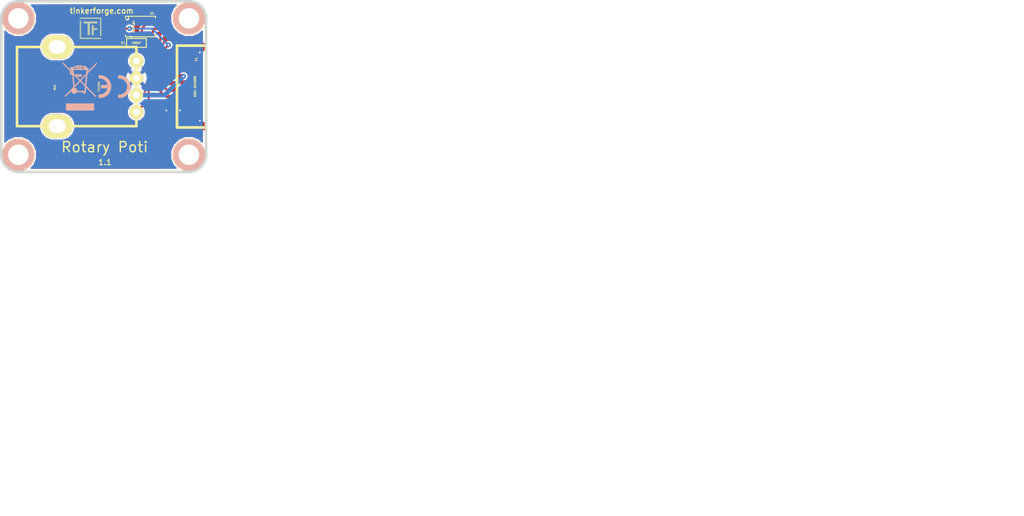
<source format=kicad_pcb>
(kicad_pcb (version 4) (host pcbnew 4.0.6-e0-6349~53~ubuntu16.04.1)
  (title_block (title "Rotary Poti Bricklet") (date "18 jan 2013") (rev 1.1) (company "Tinkerforge GmbH") (comment 1 "Licensed under CERN OHL v.1.1") (comment 2 "Copyright (©) 2011, B.Nordmeyer <bastian@tinkerforge.com>"))
  (layers (0 Vorderseite signal hide) (31 Rückseite signal hide) (34 B.Paste user) (35 F.Paste user) (36 B.SilkS user) (37 F.SilkS user hide) (38 B.Mask user) (39 F.Mask user) (44 Edge.Cuts user))
  (net 0 "")
  (net 1 GND)
  (net 2 IN_1)
  (net 3 N-000001)
  (net 4 SCL)
  (net 5 SDA)
  (net 6 VCC)
  (module TSSOP8 (layer Vorderseite) (at 153.67762 93.32214 270)
    (fp_text reference U1 (at -1.92278 -1.69672 360) (layer F.SilkS) (effects (font (size 0.29972 0.29972) (thickness 0.0762))))
    (fp_text value M24C64 (at 0 1.00076 270) (layer F.SilkS) (effects (font (size 0.29972 0.29972) (thickness 0.0762))))
    (pad 1 smd rect (at -0.97282 2.89814 90) (size 0.39878 1.29794) (layers Vorderseite F.Paste F.Mask) (net 1 GND))
    (pad 2 smd rect (at -0.32258 2.89814 90) (size 0.39878 1.29794) (layers Vorderseite F.Paste F.Mask) (net 1 GND))
    (pad 3 smd rect (at 0.32258 2.89814 90) (size 0.39878 1.29794) (layers Vorderseite F.Paste F.Mask) (net 3 N-000001))
    (pad 4 smd rect (at 0.97282 2.89814 90) (size 0.39878 1.29794) (layers Vorderseite F.Paste F.Mask) (net 1 GND))
    (pad 5 smd rect (at 0.97282 -2.89814 270) (size 0.39878 1.29794) (layers Vorderseite F.Paste F.Mask) (net 5 SDA))
    (pad 6 smd rect (at 0.32258 -2.89814 270) (size 0.39878 1.29794) (layers Vorderseite F.Paste F.Mask) (net 4 SCL))
    (pad 7 smd rect (at -0.32258 -2.89814 270) (size 0.39878 1.29794) (layers Vorderseite F.Paste F.Mask))
    (pad 8 smd rect (at -0.97282 -2.89814 270) (size 0.39878 1.29794) (layers Vorderseite F.Paste F.Mask) (net 6 VCC))
  )
  (module CON-SENSOR (layer Vorderseite) (at 163.27628 102.1207 90)
    (fp_text reference P1 (at 3.99796 -1.39954 90) (layer F.SilkS) (effects (font (size 0.29972 0.29972) (thickness 0.0762))))
    (fp_text value CON-SENSOR (at 0 -1.6002 90) (layer F.SilkS) (effects (font (size 0.29972 0.29972) (thickness 0.0762))))
    (pad 1 smd rect (at -4.50088 -4.7752 90) (size 0.59944 1.5494) (layers Vorderseite F.Paste F.Mask))
    (pad 2 smd rect (at -3.50012 -4.7752 90) (size 0.59944 1.5494) (layers Vorderseite F.Paste F.Mask) (net 1 GND))
    (pad 3 smd rect (at -2.49936 -4.7752 90) (size 0.59944 1.5494) (layers Vorderseite F.Paste F.Mask) (net 6 VCC))
    (pad 4 smd rect (at -1.50114 -4.7752 90) (size 0.59944 1.5494) (layers Vorderseite F.Paste F.Mask) (net 4 SCL))
    (pad 5 smd rect (at -0.50038 -4.7752 90) (size 0.59944 1.5494) (layers Vorderseite F.Paste F.Mask) (net 5 SDA))
    (pad 6 smd rect (at 0.50038 -4.7752 90) (size 0.59944 1.5494) (layers Vorderseite F.Paste F.Mask) (net 3 N-000001))
    (pad 7 smd rect (at 1.50114 -4.7752 90) (size 0.59944 1.5494) (layers Vorderseite F.Paste F.Mask) (net 2 IN_1))
    (pad 8 smd rect (at 2.49936 -4.7752 90) (size 0.59944 1.5494) (layers Vorderseite F.Paste F.Mask))
    (pad 9 smd rect (at 3.50012 -4.7752 90) (size 0.59944 1.5494) (layers Vorderseite F.Paste F.Mask))
    (pad 10 smd rect (at 4.50088 -4.7752 90) (size 0.59944 1.5494) (layers Vorderseite F.Paste F.Mask))
    (pad EP smd rect (at -5.79882 -0.89916 90) (size 1.19888 1.80086) (layers Vorderseite F.Paste F.Mask) (net 1 GND))
    (pad EP smd rect (at 5.79882 -0.89916 90) (size 1.19888 1.80086) (layers Vorderseite F.Paste F.Mask) (net 1 GND))
  )
  (module F11KH (layer Vorderseite) (at 147.574 102.12324 90)
    (fp_text reference RV1 (at -0.09906 -6.44906 90) (layer F.SilkS) (effects (font (size 0.29972 0.29972) (thickness 0.0762))))
    (fp_text value F11KH (at 0 0 90) (layer F.SilkS) (effects (font (size 0.29972 0.29972) (thickness 0.0762))))
    (pad 1 thru_hole circle (at -3.74904 5.4991 90) (size 1.99898 1.99898) (drill 1.00076) (layers *.Cu *.Mask F.SilkS) (net 6 VCC))
    (pad 2 thru_hole circle (at -1.24968 5.4991 90) (size 1.99898 1.99898) (drill 1.00076) (layers *.Cu *.Mask F.SilkS) (net 2 IN_1))
    (pad 3 thru_hole circle (at 1.24968 5.4991 90) (size 1.99898 1.99898) (drill 1.00076) (layers *.Cu *.Mask F.SilkS) (net 1 GND))
    (pad "" thru_hole circle (at 3.74904 5.4991 90) (size 1.99898 1.99898) (drill 1.00076) (layers *.Cu *.Mask F.SilkS))
    (pad "" thru_hole oval (at 5.79882 -6.10108 90) (size 3.50012 4.50088) (drill oval 1.99898 2.49936) (layers *.Cu *.Mask F.SilkS))
    (pad "" thru_hole oval (at -5.79882 -6.10108 90) (size 3.50012 4.50088) (drill oval 1.99898 2.49936) (layers *.Cu *.Mask F.SilkS))
  )
  (module Logo_31x31 (layer Vorderseite) (at 144.77492 91.9988)
    (fp_text reference Ref** hide)
    (fp_text value Val** hide)
  )
  (module 0603 (layer Vorderseite) (at 153.07818 95.72244)
    (fp_text reference C1 (at -1.95326 -0.02286) (layer F.SilkS) (effects (font (size 0.29972 0.29972) (thickness 0.0762))))
    (fp_text value 100nF (at 0 0) (layer F.SilkS) (effects (font (size 0.29972 0.29972) (thickness 0.0762))))
    (pad 1 smd rect (at -0.8001 0) (size 0.8001 0.8001) (layers Vorderseite F.Paste F.Mask) (net 1 GND))
    (pad 2 smd rect (at 0.8001 0) (size 0.8001 0.8001) (layers Vorderseite F.Paste F.Mask) (net 6 VCC))
  )
  (module DRILL_NP (layer Vorderseite) (at 160.77438 112.12322 90)
    (fp_text reference U5 hide)
    (fp_text value DRILL hide)
    (pad "" thru_hole circle (at 0 0 90) (size 2.99974 2.99974) (drill 2.99974) (layers *.Cu *.SilkS *.Mask) (clearance 0.89916))
  )
  (module DRILL_NP (layer Vorderseite) (at 160.77438 92.12326)
    (fp_text reference U4 hide)
    (fp_text value DRILL hide)
    (pad "" thru_hole circle (at 0 0) (size 2.99974 2.99974) (drill 2.99974) (layers *.Cu *.SilkS *.Mask) (clearance 0.89916))
  )
  (module DRILL_NP (layer Vorderseite) (at 135.77316 112.12322)
    (fp_text reference U3 hide)
    (fp_text value DRILL hide)
    (pad "" thru_hole circle (at 0 0) (size 2.99974 2.99974) (drill 2.99974) (layers *.Cu *.SilkS *.Mask) (clearance 0.89916))
  )
  (module DRILL_NP (layer Vorderseite) (at 135.77316 92.12326 90)
    (fp_text reference U2 hide)
    (fp_text value DRILL hide)
    (pad "" thru_hole circle (at 0 0 90) (size 2.99974 2.99974) (drill 2.99974) (layers *.Cu *.SilkS *.Mask) (clearance 0.89916))
  )
  (module Fiducial_Mark (layer Vorderseite) (at 156.87294 112.92586)
    (fp_text reference Fiducial_Mark hide)
    (fp_text value VAL** hide)
    (pad 1 smd circle (at 0 0) (size 1.00076 1.00076) (layers Vorderseite F.Mask) (clearance 0.65024))
  )
  (module Fiducial_Mark (layer Vorderseite) (at 139.47394 91.2241)
    (fp_text reference Fiducial_Mark hide)
    (fp_text value VAL** hide)
    (pad 1 smd circle (at 0 0) (size 1.00076 1.00076) (layers Vorderseite F.Mask) (clearance 0.65024))
  )
  (module CE_5mm (layer Rückseite) (at 149.85 102.125 180)
    (fp_text reference VAL hide)
    (fp_text value CE_5mm hide)
  )
  (module WEEE_7mm (layer Rückseite) (at 144.775 102.125)
    (fp_text reference VAL hide)
    (fp_text value WEEE_7mm hide)
  )
  (gr_text 1.1 (at 148.47316 113.22304) (layer F.SilkS) (effects (font (size 0.8001 0.8001) (thickness 0.14986))))
  (gr_line (start 135.77316 114.62512) (end 160.77438 114.62512) (angle 90) (layer Edge.Cuts) (width 0.381))
  (gr_line (start 160.77438 89.6239) (end 135.77316 89.6239) (angle 90) (layer Edge.Cuts) (width 0.381))
  (gr_arc (start 135.77316 112.12322) (end 135.77316 114.62512) (angle 90) (layer Edge.Cuts) (width 0.381))
  (gr_arc (start 135.77316 92.12326) (end 133.2738 92.12326) (angle 90) (layer Edge.Cuts) (width 0.381))
  (gr_text tinkerforge.com (at 147.97532 91.02344) (layer F.SilkS) (effects (font (size 0.8001 0.8001) (thickness 0.14986))))
  (gr_line (start 133.27634 112.12322) (end 133.27634 92.12326) (angle 90) (layer Edge.Cuts) (width 0.381))
  (gr_line (start 163.27628 92.12326) (end 163.27628 112.12322) (angle 90) (layer Edge.Cuts) (width 0.381))
  (gr_arc (start 160.77692 92.12326) (end 160.77692 89.6239) (angle 90) (layer Edge.Cuts) (width 0.381))
  (gr_arc (start 160.77692 112.12322) (end 163.27628 112.12322) (angle 90) (layer Edge.Cuts) (width 0.381))
  (gr_text "Rotary Poti" (at 148.4249 110.998) (layer F.SilkS) (effects (font (size 1.50114 1.50114) (thickness 0.20066))))
  (segment (start 158.50108 105.62082) (end 157.47746 105.62082) (width 0.29972) (layer Vorderseite) (net 1))
  (via (at 157.47492 105.62336) (size 0.70104) (layers Vorderseite Rückseite) (net 1))
  (segment (start 157.47746 105.62082) (end 157.47492 105.62336) (width 0.29972) (layer Vorderseite) (net 1))
  (segment (start 158.50108 105.62082) (end 159.47136 105.62082) (width 0.29972) (layer Vorderseite) (net 1))
  (segment (start 160.9725 107.12196) (end 162.37712 107.12196) (width 0.29972) (layer Rückseite) (net 1))
  (segment (start 159.4739 105.62336) (end 160.9725 107.12196) (width 0.29972) (layer Rückseite) (net 1))
  (via (at 159.4739 105.62336) (size 0.70104) (layers Vorderseite Rückseite) (net 1))
  (segment (start 159.47136 105.62082) (end 159.4739 105.62336) (width 0.29972) (layer Vorderseite) (net 1))
  (segment (start 162.37712 107.91952) (end 162.37712 107.12196) (width 0.29972) (layer Vorderseite) (net 1))
  (segment (start 162.37712 97.12198) (end 162.37712 96.32188) (width 0.29972) (layer Vorderseite) (net 1))
  (via (at 162.37712 107.12196) (size 0.70104) (layers Vorderseite Rückseite) (net 1))
  (segment (start 162.37712 107.12196) (end 162.37712 97.12198) (width 0.29972) (layer Rückseite) (net 1))
  (via (at 162.37712 97.12198) (size 0.70104) (layers Vorderseite Rückseite) (net 1))
  (segment (start 152.27808 95.72244) (end 152.27808 94.82074) (width 0.29972) (layer Vorderseite) (net 1))
  (segment (start 152.27808 94.82074) (end 149.87778 94.82074) (width 0.29972) (layer Rückseite) (net 1))
  (segment (start 150.77948 92.34932) (end 150.77948 92.99956) (width 0.29972) (layer Vorderseite) (net 1))
  (segment (start 153.0731 100.87356) (end 153.07564 100.87356) (width 0.29972) (layer Vorderseite) (net 1))
  (segment (start 150.77948 98.5774) (end 153.07564 100.87356) (width 0.29972) (layer Vorderseite) (net 1))
  (segment (start 150.77948 94.29496) (end 150.77948 98.5774) (width 0.29972) (layer Vorderseite) (net 1))
  (segment (start 151.74976 92.34932) (end 151.7777 92.32138) (width 0.29972) (layer Vorderseite) (net 1))
  (via (at 151.7777 92.32138) (size 0.70104) (layers Vorderseite Rückseite) (net 1))
  (segment (start 151.7777 92.32138) (end 149.87778 94.2213) (width 0.29972) (layer Rückseite) (net 1))
  (segment (start 149.87778 94.82074) (end 149.87778 97.6757) (width 0.29972) (layer Rückseite) (net 1))
  (segment (start 149.87778 94.2213) (end 149.87778 94.82074) (width 0.29972) (layer Rückseite) (net 1))
  (segment (start 153.0731 100.87356) (end 153.07564 100.87356) (width 0.29972) (layer Rückseite) (net 1))
  (segment (start 149.87778 97.6757) (end 153.07564 100.87356) (width 0.29972) (layer Rückseite) (net 1))
  (segment (start 150.77948 92.34932) (end 151.74976 92.34932) (width 0.29972) (layer Vorderseite) (net 1))
  (via (at 152.27808 94.82074) (size 0.70104) (layers Vorderseite Rückseite) (net 1))
  (segment (start 158.50108 100.61956) (end 159.97428 100.61956) (width 0.70104) (layer Vorderseite) (net 2))
  (segment (start 157.226 103.37292) (end 153.0731 103.37292) (width 0.70104) (layer Rückseite) (net 2))
  (segment (start 159.97682 100.6221) (end 157.226 103.37292) (width 0.70104) (layer Rückseite) (net 2))
  (via (at 159.97682 100.6221) (size 0.70104) (layers Vorderseite Rückseite) (net 2))
  (segment (start 159.97428 100.61956) (end 159.97682 100.6221) (width 0.70104) (layer Vorderseite) (net 2))
  (segment (start 158.50108 101.62032) (end 157.77718 101.62032) (width 0.29972) (layer Vorderseite) (net 3))
  (segment (start 152.05456 93.64472) (end 150.77948 93.64472) (width 0.29972) (layer Vorderseite) (net 3))
  (segment (start 152.07742 93.62186) (end 152.05456 93.64472) (width 0.29972) (layer Vorderseite) (net 3))
  (via (at 152.07742 93.62186) (size 0.70104) (layers Vorderseite Rückseite) (net 3))
  (segment (start 155.37688 93.62186) (end 152.07742 93.62186) (width 0.29972) (layer Rückseite) (net 3))
  (segment (start 157.77718 96.02216) (end 155.37688 93.62186) (width 0.29972) (layer Rückseite) (net 3))
  (via (at 157.77718 96.02216) (size 0.70104) (layers Vorderseite Rückseite) (net 3))
  (segment (start 157.17774 96.6216) (end 157.77718 96.02216) (width 0.29972) (layer Vorderseite) (net 3))
  (segment (start 157.17774 101.02088) (end 157.17774 96.6216) (width 0.29972) (layer Vorderseite) (net 3))
  (segment (start 157.77718 101.62032) (end 157.17774 101.02088) (width 0.29972) (layer Vorderseite) (net 3))
  (segment (start 158.50108 103.62184) (end 157.3784 103.62184) (width 0.29972) (layer Vorderseite) (net 4))
  (segment (start 155.65374 93.64472) (end 156.57576 93.64472) (width 0.29972) (layer Vorderseite) (net 4))
  (segment (start 155.47848 93.81998) (end 155.65374 93.64472) (width 0.29972) (layer Vorderseite) (net 4))
  (segment (start 155.47848 101.72192) (end 155.47848 93.81998) (width 0.29972) (layer Vorderseite) (net 4))
  (segment (start 157.3784 103.62184) (end 155.47848 101.72192) (width 0.29972) (layer Vorderseite) (net 4))
  (segment (start 157.57652 102.62108) (end 156.57576 101.62032) (width 0.29972) (layer Vorderseite) (net 5))
  (segment (start 156.57576 101.62032) (end 156.57576 94.29496) (width 0.29972) (layer Vorderseite) (net 5))
  (segment (start 158.50108 102.62108) (end 157.57652 102.62108) (width 0.29972) (layer Vorderseite) (net 5))
  (segment (start 153.87828 93.62186) (end 155.15082 92.34932) (width 0.29972) (layer Vorderseite) (net 6))
  (segment (start 155.15082 92.34932) (end 156.57576 92.34932) (width 0.29972) (layer Vorderseite) (net 6))
  (segment (start 153.87828 95.72244) (end 153.87828 93.62186) (width 0.29972) (layer Vorderseite) (net 6))
  (segment (start 153.0731 105.87228) (end 153.07564 105.87228) (width 0.29972) (layer Vorderseite) (net 6))
  (segment (start 154.32786 104.62006) (end 153.07564 105.87228) (width 0.29972) (layer Vorderseite) (net 6))
  (segment (start 158.50108 104.62006) (end 154.32786 104.62006) (width 0.29972) (layer Vorderseite) (net 6))
  (segment (start 153.87828 95.82658) (end 154.87396 96.82226) (width 0.29972) (layer Vorderseite) (net 6))
  (segment (start 154.87396 96.82226) (end 154.87396 104.07396) (width 0.29972) (layer Vorderseite) (net 6))
  (segment (start 154.87396 104.07396) (end 154.32786 104.62006) (width 0.29972) (layer Vorderseite) (net 6))
  (segment (start 153.87828 95.72244) (end 153.87828 95.82658) (width 0.29972) (layer Vorderseite) (net 6))
  (zone (net 1) (net_name GND) (layer Vorderseite) (connect_pads (clearance 0.24892)) (min_thickness 0.24892) (fill (arc_segments 16) (thermal_gap 0.50038) (thermal_bridge_width 0.50038))
    (polygon (pts (xy 163.27628 114.62258) (xy 163.27628 89.6239) (xy 133.27634 89.6239) (xy 133.27634 114.62258)))
  )
  (zone (net 1) (net_name GND) (layer Rückseite) (connect_pads (clearance 0.24892)) (min_thickness 0.24892) (fill (arc_segments 16) (thermal_gap 0.50038) (thermal_bridge_width 0.50038))
    (polygon (pts (xy 163.27628 114.62258) (xy 163.27628 89.6239) (xy 133.27634 89.6239) (xy 133.27634 114.62258)))
  )
)
</source>
